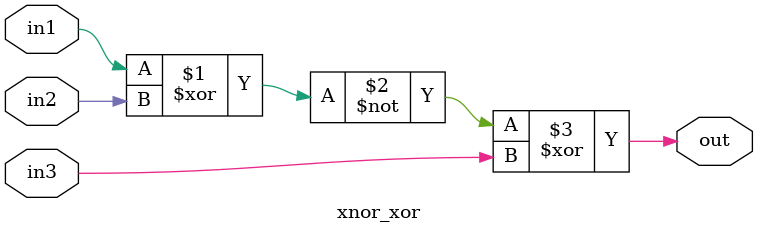
<source format=v>
module xnor_xor (
    input  wire in1,
    input  wire in2,
    input  wire in3,
    output wire out
);
    // TODO: Implement the logic here
    assign out = ~(in1 ^ in2) ^ in3;

endmodule
</source>
